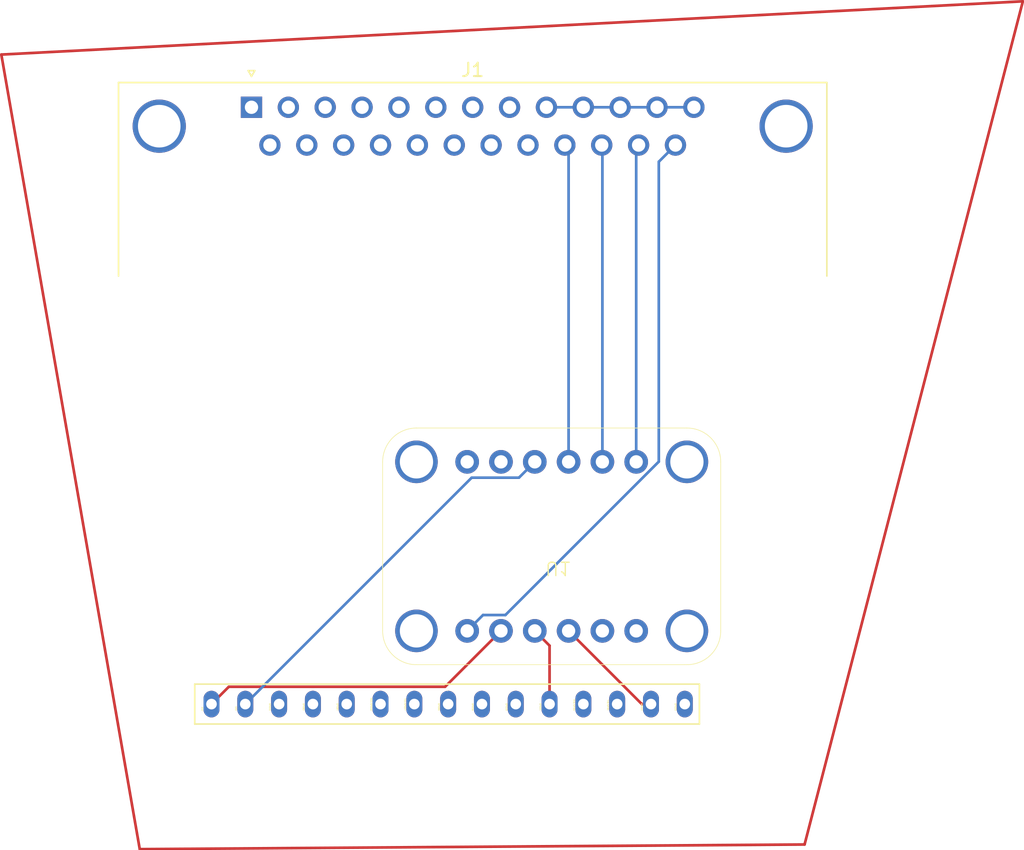
<source format=kicad_pcb>
(kicad_pcb (version 20241229) (generator "pcbnew") (generator_version "9.0")
  (layers (0 "F.Cu" signal) (2 "B.Cu" signal) (13 "F.Paste" user) (15 "B.Paste" user) (5 "F.SilkS" user "F.Silkscreen") (7 "B.SilkS" user "B.Silkscreen") (1 "F.Mask" user) (3 "B.Mask" user) (25 "Edge.Cuts" user))
  (net 0 "")
  (net 1 "Net-(ESP32 Right Side1-GPIO22{slash}SCL{slash}SCK)")
  (net 2 "Net-(ESP32 Right Side1-GND)")
  (net 4 "Net-(ESP32 Right Side1-3V)")
  (net 12 "Net-(ESP32 Right Side1-GPIO21{slash}SDA{slash}SDI)")
  (net 17 "Net-(J1-PHASE)")
  (net 19 "GND")
  (net 25 "Net-(J1-VOLUME)")
  (net 27 "Net-(J1-PRESSURE)")
  (net 34 "Net-(J1-FLOW)")
  (footprint "UserDefined:ESP32-DEVKITV1-Paul-Half2" (layer "F.Cu") (at 168.08 127.1 -90)
    (property "Reference" "ESP32 Right Side1" (hide yes))
    (property "Value" "~" (at 0.499999 19 0) (layer "F.SilkS") (effects (font (size 0.1 0.1))))
    (fp_line (start -0.000002 38) (end 2.999999 38) (stroke (width 0.12)) (layer "F.SilkS"))
    (fp_line (start 2.999999 38) (end 3 0.08) (stroke (width 0.12)) (layer "F.SilkS"))
    (fp_line (start -0.000001 0.08) (end -0.000002 38) (stroke (width 0.12)) (layer "F.SilkS"))
    (fp_line (start 3 0.08) (end -0.000001 0.08) (stroke (width 0.12)) (layer "F.SilkS"))
    (fp_text user "GPIO23" (at 1.999999 1.88 270) (layer "F.SilkS") (effects (font (size 0.1 0.1)) (justify right)))
    (fp_text user "GPIO04" (at 1.999999 27.28 270) (layer "F.SilkS") (effects (font (size 0.1 0.1)) (justify right)))
    (fp_text user "GPIO22" (at 1.999999 4.42 270) (layer "F.SilkS") (effects (font (size 0.1 0.1)) (justify right)))
    (fp_text user "GPIO21" (at 1.999999 12.04 270) (layer "F.SilkS") (effects (font (size 0.1 0.1)) (justify right)))
    (fp_text user "3V3" (at 1.999999 37.44 270) (layer "F.SilkS") (effects (font (size 0.1 0.1)) (justify right)))
    (fp_text user "RX0/GPIO3" (at 1.999999 9.5 270) (layer "F.SilkS") (effects (font (size 0.1 0.1)) (justify right)))
    (fp_text user "TX0/GPIO1" (at 1.999999 6.96 270) (layer "F.SilkS") (effects (font (size 0.1 0.1)) (justify right)))
    (fp_text user "GPIO05" (at 1.999999 19.66 270) (layer "F.SilkS") (effects (font (size 0.1 0.1)) (justify right)))
    (fp_text user "GPIO19" (at 1.999999 14.58 270) (layer "F.SilkS") (effects (font (size 0.1 0.1)) (justify right)))
    (fp_text user "GPIO18" (at 1.999999 17.12 270) (layer "F.SilkS") (effects (font (size 0.1 0.1)) (justify right)))
    (fp_text user "TX2/GPIO17" (at 1.999999 22.2 270) (layer "F.SilkS") (effects (font (size 0.1 0.1)) (justify right)))
    (fp_text user "GPIO15" (at 1.999999 32.36 270) (layer "F.SilkS") (effects (font (size 0.1 0.1)) (justify right)))
    (fp_text user "GND" (at 1.999999 34.9 270) (layer "F.SilkS") (effects (font (size 0.1 0.1)) (justify right)))
    (fp_text user "RX2/GPIO16" (at 1.999999 24.74 270) (layer "F.SilkS") (effects (font (size 0.1 0.1)) (justify right)))
    (fp_text user "GPIO02" (at 1.999999 29.82 270) (layer "F.SilkS") (effects (font (size 0.1 0.1)) (justify right)))
    (pad "1" thru_hole oval (at 1.5 6.26 180) (size 1.2 2) (drill 0.8) (layers "*.Cu" "*.Mask"))
    (pad "2" thru_hole oval (at 1.5 29.12 180) (size 1.2 2) (drill 0.8) (layers "*.Cu" "*.Mask"))
    (pad "3" thru_hole oval (at 1.5 8.8 180) (size 1.2 2) (drill 0.8) (layers "*.Cu" "*.Mask"))
    (pad "4" thru_hole oval (at 1.5 26.58 180) (size 1.2 2) (drill 0.8) (layers "*.Cu" "*.Mask"))
    (pad "5" thru_hole oval (at 1.5 18.96 180) (size 1.2 2) (drill 0.8) (layers "*.Cu" "*.Mask"))
    (pad "15" thru_hole oval (at 1.5 31.66 180) (size 1.2 2) (drill 0.8) (layers "*.Cu" "*.Mask"))
    (pad "16" thru_hole oval (at 1.5 24.04 180) (size 1.2 2) (drill 0.8) (layers "*.Cu" "*.Mask"))
    (pad "17" thru_hole oval (at 1.5 21.5 180) (size 1.2 2) (drill 0.8) (layers "*.Cu" "*.Mask"))
    (pad "18" thru_hole oval (at 1.5 16.42 180) (size 1.2 2) (drill 0.8) (layers "*.Cu" "*.Mask"))
    (pad "19" thru_hole oval (at 1.5 13.88 180) (size 1.2 2) (drill 0.8) (layers "*.Cu" "*.Mask"))
    (pad "21" thru_hole oval (at 1.5 11.34 180) (size 1.2 2) (drill 0.8) (layers "*.Cu" "*.Mask") (net 12 "Net-(ESP32 Right Side1-GPIO21{slash}SDA{slash}SDI)"))
    (pad "22" thru_hole oval (at 1.5 3.72 180) (size 1.2 2) (drill 0.8) (layers "*.Cu" "*.Mask") (net 1 "Net-(ESP32 Right Side1-GPIO22{slash}SCL{slash}SCK)"))
    (pad "23" thru_hole oval (at 1.5 1.18 180) (size 1.2 2) (drill 0.8) (layers "*.Cu" "*.Mask"))
    (pad "53" thru_hole oval (at 1.5 34.2 180) (size 1.2 2) (drill 0.8) (layers "*.Cu" "*.Mask") (net 2 "Net-(ESP32 Right Side1-GND)"))
    (pad "54" thru_hole oval (at 1.5 36.74 180) (size 1.2 2) (drill 0.8) (layers "*.Cu" "*.Mask") (net 4 "Net-(ESP32 Right Side1-3V)"))
  )
  (footprint "Connector_Dsub:DSUB-25_Pins_Horizontal_P2.77x2.84mm_EdgePinOffset9.90mm_Housed_MountingHolesOffset11.32mm" (layer "F.Cu") (at 134.345 83.76)
    (property "Reference" "J1" (at 16.62 -2.8 0) (layer "F.SilkS"))
    (property "Value" "AveaLogic")
    (fp_line (start -9.99 -1.86) (end 43.23 -1.86) (stroke (width 0.12)) (layer "F.SilkS"))
    (fp_line (start -9.99 12.68) (end -9.99 -1.86) (stroke (width 0.12)) (layer "F.SilkS"))
    (fp_line (start -0.25 -2.754338) (end 0.25 -2.754338) (stroke (width 0.12)) (layer "F.SilkS"))
    (fp_line (start 0 -2.321325) (end -0.25 -2.754338) (stroke (width 0.12)) (layer "F.SilkS"))
    (fp_line (start 0.25 -2.754338) (end 0 -2.321325) (stroke (width 0.12)) (layer "F.SilkS"))
    (fp_line (start 43.23 -1.86) (end 43.23 12.68) (stroke (width 0.12)) (layer "F.SilkS"))
    (pad "0" thru_hole circle (at -6.93 1.42) (size 4 4) (drill 3.2) (layers "*.Cu" "*.Mask"))
    (pad "0" thru_hole circle (at 40.17 1.42) (size 4 4) (drill 3.2) (layers "*.Cu" "*.Mask"))
    (pad "1" thru_hole rect (at 0 0) (size 1.6 1.6) (drill 1) (layers "*.Cu" "*.Mask"))
    (pad "2" thru_hole circle (at 2.77 0) (size 1.6 1.6) (drill 1) (layers "*.Cu" "*.Mask"))
    (pad "3" thru_hole circle (at 5.54 0) (size 1.6 1.6) (drill 1) (layers "*.Cu" "*.Mask"))
    (pad "4" thru_hole circle (at 8.31 0) (size 1.6 1.6) (drill 1) (layers "*.Cu" "*.Mask"))
    (pad "5" thru_hole circle (at 11.08 0) (size 1.6 1.6) (drill 1) (layers "*.Cu" "*.Mask"))
    (pad "6" thru_hole circle (at 13.85 0) (size 1.6 1.6) (drill 1) (layers "*.Cu" "*.Mask"))
    (pad "7" thru_hole circle (at 16.62 0) (size 1.6 1.6) (drill 1) (layers "*.Cu" "*.Mask"))
    (pad "8" thru_hole circle (at 19.39 0) (size 1.6 1.6) (drill 1) (layers "*.Cu" "*.Mask"))
    (pad "9" thru_hole circle (at 22.16 0) (size 1.6 1.6) (drill 1) (layers "*.Cu" "*.Mask") (net 19 "GND"))
    (pad "10" thru_hole circle (at 24.93 0) (size 1.6 1.6) (drill 1) (layers "*.Cu" "*.Mask") (net 19 "GND"))
    (pad "11" thru_hole circle (at 27.7 0) (size 1.6 1.6) (drill 1) (layers "*.Cu" "*.Mask") (net 19 "GND"))
    (pad "12" thru_hole circle (at 30.47 0) (size 1.6 1.6) (drill 1) (layers "*.Cu" "*.Mask") (net 19 "GND"))
    (pad "13" thru_hole circle (at 33.24 0) (size 1.6 1.6) (drill 1) (layers "*.Cu" "*.Mask") (net 19 "GND"))
    (pad "14" thru_hole circle (at 1.385 2.84) (size 1.6 1.6) (drill 1) (layers "*.Cu" "*.Mask"))
    (pad "15" thru_hole circle (at 4.155 2.84) (size 1.6 1.6) (drill 1) (layers "*.Cu" "*.Mask"))
    (pad "16" thru_hole circle (at 6.925 2.84) (size 1.6 1.6) (drill 1) (layers "*.Cu" "*.Mask"))
    (pad "17" thru_hole circle (at 9.695 2.84) (size 1.6 1.6) (drill 1) (layers "*.Cu" "*.Mask"))
    (pad "18" thru_hole circle (at 12.465 2.84) (size 1.6 1.6) (drill 1) (layers "*.Cu" "*.Mask"))
    (pad "19" thru_hole circle (at 15.235 2.84) (size 1.6 1.6) (drill 1) (layers "*.Cu" "*.Mask"))
    (pad "20" thru_hole circle (at 18.005 2.84) (size 1.6 1.6) (drill 1) (layers "*.Cu" "*.Mask"))
    (pad "21" thru_hole circle (at 20.775 2.84) (size 1.6 1.6) (drill 1) (layers "*.Cu" "*.Mask"))
    (pad "22" thru_hole circle (at 23.545 2.84) (size 1.6 1.6) (drill 1) (layers "*.Cu" "*.Mask") (net 27 "Net-(J1-PRESSURE)"))
    (pad "23" thru_hole circle (at 26.315 2.84) (size 1.6 1.6) (drill 1) (layers "*.Cu" "*.Mask") (net 34 "Net-(J1-FLOW)"))
    (pad "24" thru_hole circle (at 29.085 2.84) (size 1.6 1.6) (drill 1) (layers "*.Cu" "*.Mask") (net 25 "Net-(J1-VOLUME)"))
    (pad "25" thru_hole circle (at 31.855 2.84) (size 1.6 1.6) (drill 1) (layers "*.Cu" "*.Mask") (net 17 "Net-(J1-PHASE)"))
  )
  (footprint "UserDefined:ADS1115FootPrint" (layer "B.Cu") (at 157.4 117.9)
    (property "Reference" "U1" (at 0 0.5 180) (layer "F.SilkS") (effects (font (thickness 0.1)) (justify mirror)))
    (property "Value" "ADS1115IDGS")
    (fp_line (start -13.2 5.2) (end -13.2 -7.5) (stroke (width 0.05)) (layer "F.SilkS"))
    (fp_line (start -10.66 -10.04) (end 9.66 -10.04) (stroke (width 0.05)) (layer "F.SilkS"))
    (fp_line (start 9.66 7.74) (end -10.66 7.74) (stroke (width 0.05)) (layer "F.SilkS"))
    (fp_line (start 12.2 -7.5) (end 12.2 5.2) (stroke (width 0.05)) (layer "F.SilkS"))
    (fp_arc (start -13.2 -7.5) (mid -12.456051 -9.296051) (end -10.66 -10.04) (stroke (width 0.05)) (layer "F.SilkS"))
    (fp_arc (start -10.66 7.74) (mid -12.456051 6.996051) (end -13.2 5.2) (stroke (width 0.05)) (layer "F.SilkS"))
    (fp_arc (start 9.66 -10.04) (mid 11.456051 -9.296051) (end 12.2 -7.5) (stroke (width 0.05)) (layer "F.SilkS"))
    (fp_arc (start 12.2 5.2) (mid 11.456051 6.996051) (end 9.66 7.74) (stroke (width 0.05)) (layer "F.SilkS"))
    (pad "1" thru_hole circle (at -6.85 -7.5 270) (size 1.778 1.778) (drill 1) (layers "*.Cu" "*.Mask"))
    (pad "2" thru_hole circle (at -4.31 -7.5 270) (size 1.778 1.778) (drill 1) (layers "*.Cu" "*.Mask"))
    (pad "3" thru_hole circle (at -1.77 -7.5 270) (size 1.778 1.778) (drill 1) (layers "*.Cu" "*.Mask") (net 2 "Net-(ESP32 Right Side1-GND)"))
    (pad "4" thru_hole circle (at 0.77 -7.5 270) (size 1.778 1.778) (drill 1) (layers "*.Cu" "*.Mask") (net 27 "Net-(J1-PRESSURE)"))
    (pad "5" thru_hole circle (at 3.31 -7.5 270) (size 1.778 1.778) (drill 1) (layers "*.Cu" "*.Mask") (net 34 "Net-(J1-FLOW)"))
    (pad "6" thru_hole circle (at 5.85 -7.5 270) (size 1.778 1.778) (drill 1) (layers "*.Cu" "*.Mask") (net 25 "Net-(J1-VOLUME)"))
    (pad "7" thru_hole circle (at -6.85 5.2 270) (size 1.778 1.778) (drill 1) (layers "*.Cu" "*.Mask") (net 17 "Net-(J1-PHASE)"))
    (pad "8" thru_hole circle (at -4.31 5.2 270) (size 1.778 1.778) (drill 1) (layers "*.Cu" "*.Mask") (net 4 "Net-(ESP32 Right Side1-3V)"))
    (pad "9" thru_hole circle (at -1.77 5.2 270) (size 1.778 1.778) (drill 1) (layers "*.Cu" "*.Mask") (net 12 "Net-(ESP32 Right Side1-GPIO21{slash}SDA{slash}SDI)"))
    (pad "10" thru_hole circle (at 0.77 5.2 270) (size 1.778 1.778) (drill 1) (layers "*.Cu" "*.Mask") (net 1 "Net-(ESP32 Right Side1-GPIO22{slash}SCL{slash}SCK)"))
    (pad "11" thru_hole circle (at 3.31 5.2 270) (size 1.778 1.778) (drill 1) (layers "*.Cu" "*.Mask"))
    (pad "12" thru_hole circle (at 5.85 5.2 270) (size 1.778 1.778) (drill 1) (layers "*.Cu" "*.Mask"))
    (pad "P$1" thru_hole circle (at -10.66 -7.5) (size 3.2 3.2) (drill 2.5) (layers "*.Cu" "*.Mask"))
    (pad "P$1" thru_hole circle (at -10.66 5.2) (size 3.2 3.2) (drill 2.5) (layers "*.Cu" "*.Mask"))
    (pad "P$1" thru_hole circle (at 9.66 -7.5) (size 3.2 3.2) (drill 2.5) (layers "*.Cu" "*.Mask"))
    (pad "P$1" thru_hole circle (at 9.66 5.2) (size 3.2 3.2) (drill 2.5) (layers "*.Cu" "*.Mask"))
  )
  (gr_line (start 125.95 139.5) (end 175.9 139.15) (stroke (width 0.2)) (layer "F.Cu"))
  (gr_line (start 192.3 75.8) (end 115.55 79.8) (stroke (width 0.2)) (layer "F.Cu"))
  (gr_line (start 115.55 79.8) (end 125.95 139.5) (stroke (width 0.2)) (layer "F.Cu"))
  (gr_line (start 175.9 139.15) (end 192.3 75.8) (stroke (width 0.2)) (layer "F.Cu"))
  (segment (start 163.67 128.6) (end 158.17 123.1) (width 0.2) (layer "F.Cu") (net 1))
  (segment (start 164.36 128.6) (end 163.67 128.6) (width 0.2) (layer "F.Cu") (net 1))
  (segment (start 155.63 110.4) (end 154.44 111.59) (width 0.2) (layer "B.Cu") (net 2))
  (segment (start 150.89 111.59) (end 133.88 128.6) (width 0.2) (layer "B.Cu") (net 2))
  (segment (start 154.44 111.59) (end 150.89 111.59) (width 0.2) (layer "B.Cu") (net 2))
  (segment (start 131.34 128.6) (end 132.641 127.299) (width 0.2) (layer "F.Cu") (net 4))
  (segment (start 148.891 127.299) (end 153.09 123.1) (width 0.2) (layer "F.Cu") (net 4))
  (segment (start 132.641 127.299) (end 148.891 127.299) (width 0.2) (layer "F.Cu") (net 4))
  (segment (start 156.74 128.6) (end 156.74 124.21) (width 0.2) (layer "F.Cu") (net 12))
  (segment (start 156.74 124.21) (end 155.63 123.1) (width 0.2) (layer "F.Cu") (net 12))
  (segment (start 164.947911 110.385004) (end 153.422915 121.91) (width 0.2) (layer "B.Cu") (net 17))
  (segment (start 151.74 121.91) (end 150.55 123.1) (width 0.2) (layer "B.Cu") (net 17))
  (segment (start 153.422915 121.91) (end 151.74 121.91) (width 0.2) (layer "B.Cu") (net 17))
  (segment (start 164.947911 87.852089) (end 164.947911 110.385004) (width 0.2) (layer "B.Cu") (net 17))
  (segment (start 166.2 86.6) (end 164.947911 87.852089) (width 0.2) (layer "B.Cu") (net 17))
  (segment (start 156.505 83.76) (end 167.585 83.76) (width 0.2) (layer "B.Cu") (net 19))
  (segment (start 163.25 86.78) (end 163.43 86.6) (width 0.2) (layer "B.Cu") (net 25))
  (segment (start 163.25 110.4) (end 163.25 86.78) (width 0.2) (layer "B.Cu") (net 25))
  (segment (start 158.17 110.4) (end 158.17 86.88) (width 0.2) (layer "B.Cu") (net 27))
  (segment (start 158.17 86.88) (end 157.89 86.6) (width 0.2) (layer "B.Cu") (net 27))
  (segment (start 160.71 86.65) (end 160.66 86.6) (width 0.2) (layer "B.Cu") (net 34))
  (segment (start 160.71 110.4) (end 160.71 86.65) (width 0.2) (layer "B.Cu") (net 34))
)
</source>
